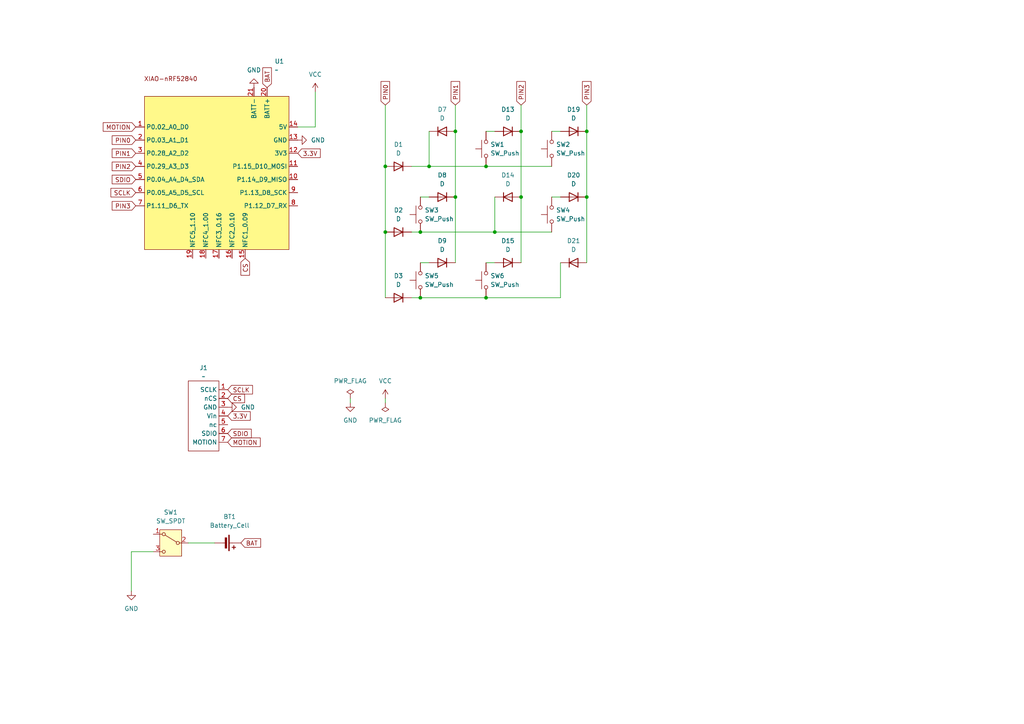
<source format=kicad_sch>
(kicad_sch (version 20231120) (generator "eeschema") (generator_version "8.0")
  (paper "A4")
  (lib_symbols
    (symbol "power:GND" (power) (pin_numbers hide) (pin_names (offset 0) hide)
      (property "Value" "GND" (at 0 -3.81 0))
      (symbol "GND_0_1"
        (polyline (pts (xy 0 0) (xy 0 -1.27) (xy 1.27 -1.27) (xy 0 -2.54) (xy -1.27 -1.27) (xy 0 -1.27)))
      )
      (symbol "GND_1_1"
        (pin power_in line (at 0 0 270) (length 0) (name "~") (number "1"))
      )
    )
    (symbol "power:PWR_FLAG" (power) (pin_numbers hide) (pin_names (offset 0) hide)
      (property "Value" "PWR_FLAG" (at 0 3.81 0))
      (symbol "PWR_FLAG_0_0"
        (pin power_out line (at 0 0 90) (length 0) (name "~") (number "1"))
      )
      (symbol "PWR_FLAG_0_1"
        (polyline (pts (xy 0 0) (xy 0 1.27) (xy -1.016 1.905) (xy 0 2.54) (xy 1.016 1.905) (xy 0 1.27)))
      )
    )
    (symbol "power:VCC" (power) (pin_numbers hide) (pin_names (offset 0) hide)
      (property "Value" "VCC" (at 0 3.556 0))
      (symbol "VCC_0_1"
        (polyline (pts (xy -0.762 1.27) (xy 0 2.54)))
        (polyline (pts (xy 0 0) (xy 0 2.54)))
        (polyline (pts (xy 0 2.54) (xy 0.762 1.27)))
      )
      (symbol "VCC_1_1"
        (pin power_in line (at 0 0 90) (length 0) (name "~") (number "1"))
      )
    )
    (symbol "roBa-Keyboard:Battery_Cell" (pin_numbers hide) (pin_names (offset 0) hide)
      (property "Reference" "BT" (at 2.54 2.54 0))
      (property "Value" "Battery_Cell" (at 2.54 0 0))
      (symbol "Battery_Cell_0_1"
        (rectangle (start -2.286 1.778) (end 2.286 1.524) (fill (type outline)))
        (rectangle (start -1.524 1.016) (end 1.524 0.508) (fill (type outline)))
        (polyline (pts (xy 0 0.762) (xy 0 0)))
        (polyline (pts (xy 0 1.778) (xy 0 2.54)))
        (polyline (pts (xy 0.762 3.048) (xy 1.778 3.048)) (stroke (width 0.254)))
        (polyline (pts (xy 1.27 3.556) (xy 1.27 2.54)) (stroke (width 0.254)))
      )
      (symbol "Battery_Cell_1_1"
        (pin passive line (at 0 5.08 270) (length 2.54) (name "+") (number "1"))
        (pin passive line (at 0 -2.54 90) (length 2.54) (name "-") (number "2"))
      )
    )
    (symbol "roBa-Keyboard:D" (pin_numbers hide) (pin_names (offset 1.016) hide)
      (property "Reference" "D15" (at 1.1684 -2.0066 90))
      (property "Value" "D" (at -1.143 -2.0066 90))
      (symbol "D_0_1"
        (polyline (pts (xy -1.27 1.27) (xy -1.27 -1.27)) (stroke (width 0.254)))
        (polyline (pts (xy 1.27 0) (xy -1.27 0)))
        (polyline (pts (xy 1.27 1.27) (xy 1.27 -1.27) (xy -1.27 0) (xy 1.27 1.27)) (stroke (width 0.254)))
      )
      (symbol "D_1_1"
        (pin passive line (at -3.81 0 0) (length 2.54) (name "K") (number "1"))
        (pin passive line (at 3.81 0 180) (length 2.54) (name "A") (number "2"))
      )
    )
    (symbol "roBa-Keyboard:SW_Push" (pin_numbers hide) (pin_names (offset 1.016) hide)
      (property "Reference" "SW" (at 1.27 2.54 0))
      (property "Value" "SW_Push" (at 0 -1.524 0))
      (symbol "SW_Push_0_1"
        (circle (center -2.032 0) (radius 0.508))
        (polyline (pts (xy 0 1.27) (xy 0 3.048)))
        (polyline (pts (xy 2.54 1.27) (xy -2.54 1.27)))
        (circle (center 2.032 0) (radius 0.508))
        (pin passive line (at -5.08 0 0) (length 2.54) (name "1") (number "1"))
        (pin passive line (at 5.08 0 180) (length 2.54) (name "2") (number "2"))
      )
    )
    (symbol "roBa-Keyboard:SW_SPDT" (pin_names (offset 0) hide)
      (property "Reference" "SW" (at 0 5.08 0))
      (property "Value" "SW_SPDT" (at 0 -5.08 0))
      (symbol "SW_SPDT_0_1"
        (circle (center -2.032 0) (radius 0.4572))
        (polyline (pts (xy -1.651 0.254) (xy 1.651 2.286)))
        (circle (center 2.032 -2.54) (radius 0.4572))
        (circle (center 2.032 2.54) (radius 0.4572))
      )
      (symbol "SW_SPDT_1_1"
        (rectangle (start -3.175 3.81) (end 3.175 -3.81) (fill (type background)))
        (pin passive line (at 5.08 2.54 180) (length 2.54) (name "A") (number "1"))
        (pin passive line (at -5.08 0 0) (length 2.54) (name "B") (number "2"))
        (pin passive line (at 5.08 -2.54 180) (length 2.54) (name "C") (number "3"))
      )
    )
    (symbol "roBa-Keyboard:XIAO-nRF52840"
      (property "Reference" "U" (at 13.97 -3.81 0))
      (symbol "XIAO-nRF52840_1_1"
        (text "XIAO-nRF52840" (at 20.32 -1.27 0) (effects (font (size 1.27 1.27))))
        (text_box "" (at 12.7 -6.35 0) (size 41.91 -44.45) (fill (type color) (color 255 249 138 1)) (effects (font (size 1.27 1.27)) (justify left top)))
        (pin unspecified line (at 10.16 -15.24 0) (length 2.54) (name "P0.02_A0_D0") (number "1"))
        (pin unspecified line (at 57.15 -30.48 180) (length 2.54) (name "P1.14_D9_MISO") (number "10"))
        (pin unspecified line (at 57.15 -26.67 180) (length 2.54) (name "P1.15_D10_MOSI") (number "11"))
        (pin unspecified line (at 57.15 -22.86 180) (length 2.54) (name "3V3") (number "12"))
        (pin unspecified line (at 57.15 -19.05 180) (length 2.54) (name "GND") (number "13"))
        (pin unspecified line (at 57.15 -15.24 180) (length 2.54) (name "5V") (number "14"))
        (pin unspecified line (at 41.91 -53.34 90) (length 2.54) (name "NFC1_0.09") (number "15"))
        (pin unspecified line (at 38.1 -53.34 90) (length 2.54) (name "NFC2_0.10") (number "16"))
        (pin unspecified line (at 34.29 -53.34 90) (length 2.54) (name "NFC3_0.16") (number "17"))
        (pin unspecified line (at 30.48 -53.34 90) (length 2.54) (name "NFC4_1.00") (number "18"))
        (pin unspecified line (at 26.67 -53.34 90) (length 2.54) (name "NFC5_1.10") (number "19"))
        (pin unspecified line (at 10.16 -19.05 0) (length 2.54) (name "P0.03_A1_D1") (number "2"))
        (pin unspecified line (at 48.26 -3.81 270) (length 2.54) (name "BATT+") (number "20"))
        (pin unspecified line (at 44.45 -3.81 270) (length 2.54) (name "BATT-") (number "21"))
        (pin unspecified line (at 10.16 -22.86 0) (length 2.54) (name "P0.28_A2_D2") (number "3"))
        (pin unspecified line (at 10.16 -26.67 0) (length 2.54) (name "P0.29_A3_D3") (number "4"))
        (pin unspecified line (at 10.16 -30.48 0) (length 2.54) (name "P0.04_A4_D4_SDA") (number "5"))
        (pin unspecified line (at 10.16 -34.29 0) (length 2.54) (name "P0.05_A5_D5_SCL") (number "6"))
        (pin unspecified line (at 10.16 -38.1 0) (length 2.54) (name "P1.11_D6_TX") (number "7"))
        (pin unspecified line (at 57.15 -38.1 180) (length 2.54) (name "P1.12_D7_RX") (number "8"))
        (pin unspecified line (at 57.15 -34.29 180) (length 2.54) (name "P1.13_D8_SCK") (number "9"))
      )
    )
    (symbol "roBa-Keyboard:pmw3610_breakout"
      (property "Reference" "J1" (at -1.905 3.81 0))
      (property "Value" "~" (at -1.905 1.27 0))
      (symbol "pmw3610_breakout_0_1"
        (rectangle (start -6.35 0) (end 2.54 -20.32))
      )
      (symbol "pmw3610_breakout_1_1"
        (pin unspecified line (at 5.08 -2.54 180) (length 2.54) (name "SCLK") (number "1"))
        (pin unspecified line (at 5.08 -5.08 180) (length 2.54) (name "nCS") (number "2"))
        (pin unspecified line (at 5.08 -7.62 180) (length 2.54) (name "GND") (number "3"))
        (pin unspecified line (at 5.08 -10.16 180) (length 2.54) (name "Vin") (number "4"))
        (pin unspecified line (at 5.08 -12.7 180) (length 2.54) (name "nc") (number "5"))
        (pin unspecified line (at 5.08 -15.24 180) (length 2.54) (name "SDIO") (number "6"))
        (pin unspecified line (at 5.08 -17.78 180) (length 2.54) (name "MOTION") (number "7"))
      )
    )
  )
  (junction (at 132.08 57.15))
  (junction (at 121.92 67.31))
  (junction (at 151.13 57.15))
  (junction (at 121.92 86.36))
  (junction (at 124.46 48.26))
  (junction (at 151.13 38.1))
  (junction (at 140.97 86.36))
  (junction (at 140.97 48.26))
  (junction (at 111.76 67.31))
  (junction (at 143.51 67.31))
  (junction (at 170.18 38.1))
  (junction (at 170.18 57.15))
  (junction (at 111.76 48.26))
  (junction (at 132.08 38.1))
  (wire (pts (xy 170.18 38.1) (xy 170.18 57.15)))
  (wire (pts (xy 111.76 48.26) (xy 111.76 67.31)))
  (wire (pts (xy 124.46 57.15) (xy 121.92 57.15)))
  (wire (pts (xy 132.08 30.48) (xy 132.08 38.1)))
  (wire (pts (xy 143.51 76.2) (xy 140.97 76.2)))
  (wire (pts (xy 119.38 48.26) (xy 124.46 48.26)))
  (wire (pts (xy 151.13 30.48) (xy 151.13 38.1)))
  (wire (pts (xy 111.76 115.57) (xy 111.76 116.84)))
  (wire (pts (xy 111.76 30.48) (xy 111.76 48.26)))
  (wire (pts (xy 170.18 57.15) (xy 170.18 76.2)))
  (wire (pts (xy 121.92 86.36) (xy 140.97 86.36)))
  (wire (pts (xy 91.44 26.67) (xy 91.44 36.83)))
  (wire (pts (xy 162.56 76.2) (xy 162.56 86.36)))
  (wire (pts (xy 119.38 67.31) (xy 121.92 67.31)))
  (wire (pts (xy 124.46 38.1) (xy 124.46 48.26)))
  (wire (pts (xy 151.13 38.1) (xy 151.13 57.15)))
  (wire (pts (xy 132.08 57.15) (xy 132.08 76.2)))
  (wire (pts (xy 124.46 48.26) (xy 140.97 48.26)))
  (wire (pts (xy 143.51 67.31) (xy 160.02 67.31)))
  (wire (pts (xy 119.38 86.36) (xy 121.92 86.36)))
  (wire (pts (xy 162.56 57.15) (xy 160.02 57.15)))
  (wire (pts (xy 170.18 30.48) (xy 170.18 38.1)))
  (wire (pts (xy 132.08 38.1) (xy 132.08 57.15)))
  (wire (pts (xy 38.1 160.02) (xy 38.1 171.45)))
  (wire (pts (xy 101.6 115.57) (xy 101.6 116.84)))
  (wire (pts (xy 151.13 57.15) (xy 151.13 76.2)))
  (wire (pts (xy 54.61 157.48) (xy 62.23 157.48)))
  (wire (pts (xy 140.97 86.36) (xy 162.56 86.36)))
  (wire (pts (xy 44.45 160.02) (xy 38.1 160.02)))
  (wire (pts (xy 124.46 76.2) (xy 121.92 76.2)))
  (wire (pts (xy 162.56 38.1) (xy 160.02 38.1)))
  (wire (pts (xy 86.36 36.83) (xy 91.44 36.83)))
  (wire (pts (xy 143.51 38.1) (xy 140.97 38.1)))
  (wire (pts (xy 121.92 67.31) (xy 143.51 67.31)))
  (wire (pts (xy 143.51 57.15) (xy 143.51 67.31)))
  (wire (pts (xy 111.76 67.31) (xy 111.76 86.36)))
  (wire (pts (xy 140.97 48.26) (xy 160.02 48.26)))
  (global_label "3.3V" (shape input) (at 66.04 120.65 0) (property "Intersheetrefs" "${INTERSHEET_REFS}" (effects (hide yes))))
  (global_label "BAT" (shape input) (at 77.47 25.4 90) (property "Intersheetrefs" "${INTERSHEET_REFS}" (effects (hide yes))))
  (global_label "MOTION" (shape input) (at 39.37 36.83 180) (property "Intersheetrefs" "${INTERSHEET_REFS}" (effects (hide yes))))
  (global_label "SCLK" (shape input) (at 66.04 113.03 0) (property "Intersheetrefs" "${INTERSHEET_REFS}" (effects (hide yes))))
  (global_label "3.3V" (shape input) (at 86.36 44.45 0) (property "Intersheetrefs" "${INTERSHEET_REFS}" (effects (hide yes))))
  (global_label "SCLK" (shape input) (at 39.37 55.88 180) (property "Intersheetrefs" "${INTERSHEET_REFS}" (effects (hide yes))))
  (global_label "CS" (shape input) (at 71.12 74.93 270) (property "Intersheetrefs" "${INTERSHEET_REFS}" (effects (hide yes))))
  (global_label "SDIO" (shape input) (at 39.37 52.07 180) (property "Intersheetrefs" "${INTERSHEET_REFS}" (effects (hide yes))))
  (global_label "MOTION" (shape input) (at 66.04 128.27 0) (property "Intersheetrefs" "${INTERSHEET_REFS}" (effects (hide yes))))
  (global_label "PIN2" (shape input) (at 39.37 48.26 180) (property "Intersheetrefs" "${INTERSHEET_REFS}" (effects (hide yes))))
  (global_label "PIN1" (shape input) (at 132.08 30.48 90) (property "Intersheetrefs" "${INTERSHEET_REFS}" (effects (hide yes))))
  (global_label "PIN0" (shape input) (at 39.37 40.64 180) (property "Intersheetrefs" "${INTERSHEET_REFS}" (effects (hide yes))))
  (global_label "PIN0" (shape input) (at 111.76 30.48 90) (property "Intersheetrefs" "${INTERSHEET_REFS}" (effects (hide yes))))
  (global_label "SDIO" (shape input) (at 66.04 125.73 0) (property "Intersheetrefs" "${INTERSHEET_REFS}" (effects (hide yes))))
  (global_label "PIN3" (shape input) (at 39.37 59.69 180) (property "Intersheetrefs" "${INTERSHEET_REFS}" (effects (hide yes))))
  (global_label "PIN1" (shape input) (at 39.37 44.45 180) (property "Intersheetrefs" "${INTERSHEET_REFS}" (effects (hide yes))))
  (global_label "PIN2" (shape input) (at 151.13 30.48 90) (property "Intersheetrefs" "${INTERSHEET_REFS}" (effects (hide yes))))
  (global_label "PIN3" (shape input) (at 170.18 30.48 90) (property "Intersheetrefs" "${INTERSHEET_REFS}" (effects (hide yes))))
  (global_label "BAT" (shape input) (at 69.85 157.48 0) (property "Intersheetrefs" "${INTERSHEET_REFS}" (effects (hide yes))))
  (global_label "CS" (shape input) (at 66.04 115.57 0) (property "Intersheetrefs" "${INTERSHEET_REFS}" (effects (hide yes))))
  (symbol (lib_id "power:GND") (at 38.1 171.45 0) (unit 1)
    (property "Reference" "#PWR01" (effects (hide yes)))
    (property "Value" "GND" (at 38.1 176.53 0))
    (property "Description" "Power symbol creates a global label with name \"GND\" , ground" (effects (hide yes)))
  )
  (symbol (lib_id "power:GND") (at 66.04 118.11 90) (unit 1)
    (property "Reference" "#PWR04" (effects (hide yes)))
    (property "Value" "GND" (at 69.85 118.1099 90) (effects (justify right)))
    (property "Description" "Power symbol creates a global label with name \"GND\" , ground" (effects (hide yes)))
  )
  (symbol (lib_id "roBa-Keyboard:Battery_Cell") (at 64.77 157.48 270) (unit 1)
    (property "Reference" "BT1" (at 66.6115 149.86 90))
    (property "Value" "Battery_Cell" (at 66.6115 152.4 90))
    (property "Description" "Single-cell battery" (effects (hide yes)))
  )
  (symbol (lib_id "roBa-Keyboard:SW_Push") (at 121.92 62.23 90) (unit 1)
    (property "Reference" "SW3" (at 123.19 60.9599 90) (effects (justify right)))
    (property "Value" "SW_Push" (at 123.19 63.4999 90) (effects (justify right)))
    (property "Description" "Push button switch, generic, two pins" (effects (hide yes)))
  )
  (symbol (lib_id "power:VCC") (at 111.76 115.57 0) (unit 1)
    (property "Reference" "#PWR07" (effects (hide yes)))
    (property "Value" "VCC" (at 111.76 110.49 0))
    (property "Description" "Power symbol creates a global label with name \"VCC\"" (effects (hide yes)))
  )
  (symbol (lib_id "roBa-Keyboard:D") (at 128.27 38.1 0) (mirror x) (unit 1)
    (property "Reference" "D7" (at 128.27 31.75 0))
    (property "Value" "D" (at 128.27 34.29 0))
    (property "Footprint" "note96e:Diode_SMD" (effects (hide yes)))
  )
  (symbol (lib_id "roBa-Keyboard:SW_Push") (at 121.92 81.28 90) (unit 1)
    (property "Reference" "SW5" (at 123.19 80.0099 90) (effects (justify right)))
    (property "Value" "SW_Push" (at 123.19 82.5499 90) (effects (justify right)))
    (property "Description" "Push button switch, generic, two pins" (effects (hide yes)))
  )
  (symbol (lib_id "roBa-Keyboard:D") (at 128.27 57.15 180) (unit 1)
    (property "Reference" "D8" (at 128.27 50.8 0))
    (property "Value" "D" (at 128.27 53.34 0))
    (property "Footprint" "note96e:Diode_SMD" (effects (hide yes)))
  )
  (symbol (lib_id "roBa-Keyboard:XIAO-nRF52840") (at 29.21 21.59 0) (unit 1)
    (property "Reference" "U1" (at 79.6641 17.78 0) (effects (justify left)))
    (property "Value" "~" (at 79.6641 20.32 0) (effects (justify left)))
  )
  (symbol (lib_id "roBa-Keyboard:D") (at 147.32 57.15 0) (mirror x) (unit 1)
    (property "Reference" "D14" (at 147.32 50.8 0))
    (property "Value" "D" (at 147.32 53.34 0))
    (property "Footprint" "note96e:Diode_SMD" (effects (hide yes)))
  )
  (symbol (lib_id "power:GND") (at 101.6 116.84 0) (unit 1)
    (property "Reference" "#PWR05" (effects (hide yes)))
    (property "Value" "GND" (at 101.6 121.92 0))
    (property "Description" "Power symbol creates a global label with name \"GND\" , ground" (effects (hide yes)))
  )
  (symbol (lib_id "roBa-Keyboard:SW_SPDT") (at 49.53 157.48 0) (mirror y) (unit 1)
    (property "Reference" "SW1" (at 49.53 148.59 0))
    (property "Value" "SW_SPDT" (at 49.53 151.13 0))
    (property "Description" "Switch, single pole double throw" (effects (hide yes)))
  )
  (symbol (lib_id "roBa-Keyboard:pmw3610_breakout") (at 60.96 110.49 0) (unit 1)
    (property "Reference" "J1" (at 59.055 106.68 0))
    (property "Value" "~" (at 59.055 109.22 0))
    (property "Footprint" "myfootprintLibrary:pmw3610_connector" (effects (hide yes)))
  )
  (symbol (lib_id "roBa-Keyboard:SW_Push") (at 160.02 43.18 90) (unit 1)
    (property "Reference" "SW2" (at 161.29 41.9099 90) (effects (justify right)))
    (property "Value" "SW_Push" (at 161.29 44.4499 90) (effects (justify right)))
    (property "Description" "Push button switch, generic, two pins" (effects (hide yes)))
  )
  (symbol (lib_id "power:PWR_FLAG") (at 101.6 115.57 0) (unit 1)
    (property "Reference" "#FLG01" (effects (hide yes)))
    (property "Value" "PWR_FLAG" (at 101.6 110.49 0))
    (property "Description" "Special symbol for telling ERC where power comes from" (effects (hide yes)))
  )
  (symbol (lib_id "roBa-Keyboard:SW_Push") (at 160.02 62.23 90) (unit 1)
    (property "Reference" "SW4" (at 161.29 60.9599 90) (effects (justify right)))
    (property "Value" "SW_Push" (at 161.29 63.4999 90) (effects (justify right)))
    (property "Description" "Push button switch, generic, two pins" (effects (hide yes)))
  )
  (symbol (lib_id "roBa-Keyboard:SW_Push") (at 140.97 43.18 90) (unit 1)
    (property "Reference" "SW1" (at 142.24 41.9099 90) (effects (justify right)))
    (property "Value" "SW_Push" (at 142.24 44.4499 90) (effects (justify right)))
    (property "Description" "Push button switch, generic, two pins" (effects (hide yes)))
  )
  (symbol (lib_id "roBa-Keyboard:D") (at 166.37 57.15 180) (unit 1)
    (property "Reference" "D20" (at 166.37 50.8 0))
    (property "Value" "D" (at 166.37 53.34 0))
    (property "Footprint" "note96e:Diode_SMD" (effects (hide yes)))
  )
  (symbol (lib_id "power:PWR_FLAG") (at 111.76 116.84 180) (unit 1)
    (property "Reference" "#FLG02" (effects (hide yes)))
    (property "Value" "PWR_FLAG" (at 111.76 121.92 0))
    (property "Description" "Special symbol for telling ERC where power comes from" (effects (hide yes)))
  )
  (symbol (lib_id "roBa-Keyboard:D") (at 166.37 76.2 0) (mirror x) (unit 1)
    (property "Reference" "D21" (at 166.37 69.85 0))
    (property "Value" "D" (at 166.37 72.39 0))
    (property "Footprint" "note96e:Diode_SMD" (effects (hide yes)))
  )
  (symbol (lib_id "roBa-Keyboard:D") (at 115.57 67.31 180) (unit 1)
    (property "Reference" "D2" (at 115.57 60.96 0))
    (property "Value" "D" (at 115.57 63.5 0))
    (property "Footprint" "note96e:Diode_SMD" (effects (hide yes)))
  )
  (symbol (lib_id "roBa-Keyboard:SW_Push") (at 140.97 81.28 90) (unit 1)
    (property "Reference" "SW6" (at 142.24 80.0099 90) (effects (justify right)))
    (property "Value" "SW_Push" (at 142.24 82.5499 90) (effects (justify right)))
    (property "Description" "Push button switch, generic, two pins" (effects (hide yes)))
  )
  (symbol (lib_id "power:GND") (at 73.66 25.4 180) (unit 1)
    (property "Reference" "#PWR03" (effects (hide yes)))
    (property "Value" "GND" (at 73.66 20.32 0))
    (property "Description" "Power symbol creates a global label with name \"GND\" , ground" (effects (hide yes)))
  )
  (symbol (lib_id "roBa-Keyboard:D") (at 115.57 48.26 180) (unit 1)
    (property "Reference" "D1" (at 115.57 41.91 0))
    (property "Value" "D" (at 115.57 44.45 0))
    (property "Footprint" "note96e:Diode_SMD" (effects (hide yes)))
  )
  (symbol (lib_id "roBa-Keyboard:D") (at 147.32 76.2 180) (unit 1)
    (property "Reference" "D15" (at 147.32 69.85 0))
    (property "Value" "D" (at 147.32 72.39 0))
    (property "Footprint" "note96e:Diode_SMD" (effects (hide yes)))
  )
  (symbol (lib_id "power:VCC") (at 91.44 26.67 0) (unit 1)
    (property "Reference" "#PWR06" (effects (hide yes)))
    (property "Value" "VCC" (at 91.44 21.59 0))
    (property "Description" "Power symbol creates a global label with name \"VCC\"" (effects (hide yes)))
  )
  (symbol (lib_id "roBa-Keyboard:D") (at 147.32 38.1 180) (unit 1)
    (property "Reference" "D13" (at 147.32 31.75 0))
    (property "Value" "D" (at 147.32 34.29 0))
    (property "Footprint" "note96e:Diode_SMD" (effects (hide yes)))
  )
  (symbol (lib_id "power:GND") (at 86.36 40.64 90) (unit 1)
    (property "Reference" "#PWR02" (effects (hide yes)))
    (property "Value" "GND" (at 90.17 40.6399 90) (effects (justify right)))
    (property "Description" "Power symbol creates a global label with name \"GND\" , ground" (effects (hide yes)))
  )
  (symbol (lib_id "roBa-Keyboard:D") (at 128.27 76.2 180) (unit 1)
    (property "Reference" "D9" (at 128.27 69.85 0))
    (property "Value" "D" (at 128.27 72.39 0))
    (property "Footprint" "note96e:Diode_SMD" (effects (hide yes)))
  )
  (symbol (lib_id "roBa-Keyboard:D") (at 166.37 38.1 180) (unit 1)
    (property "Reference" "D19" (at 166.37 31.75 0))
    (property "Value" "D" (at 166.37 34.29 0))
    (property "Footprint" "note96e:Diode_SMD" (effects (hide yes)))
  )
  (symbol (lib_id "roBa-Keyboard:D") (at 115.57 86.36 180) (unit 1)
    (property "Reference" "D3" (at 115.57 80.01 0))
    (property "Value" "D" (at 115.57 82.55 0))
    (property "Footprint" "note96e:Diode_SMD" (effects (hide yes)))
  )
)
</source>
